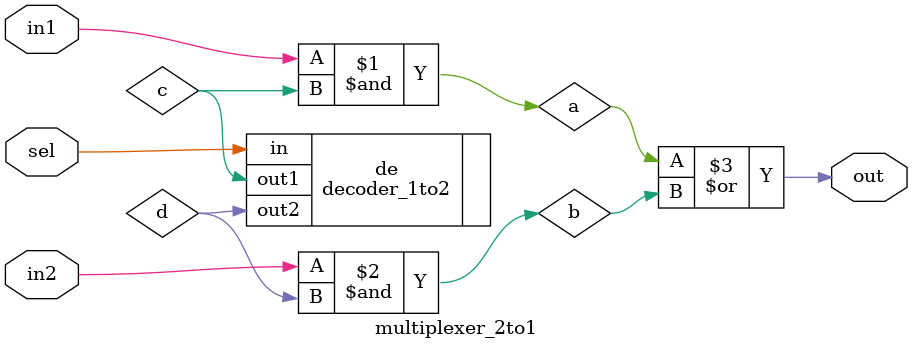
<source format=v>
module multiplexer_2to1(
    input in1,
    input in2,
    input sel,
    output out
    );
    wire a, b, c, d;
    decoder_1to2 de(.in(sel), .out1(c), .out2(d));
    and u1(a, in1, c);
    and u2(b, in2, d);
    or (out, a, b);
endmodule

</source>
